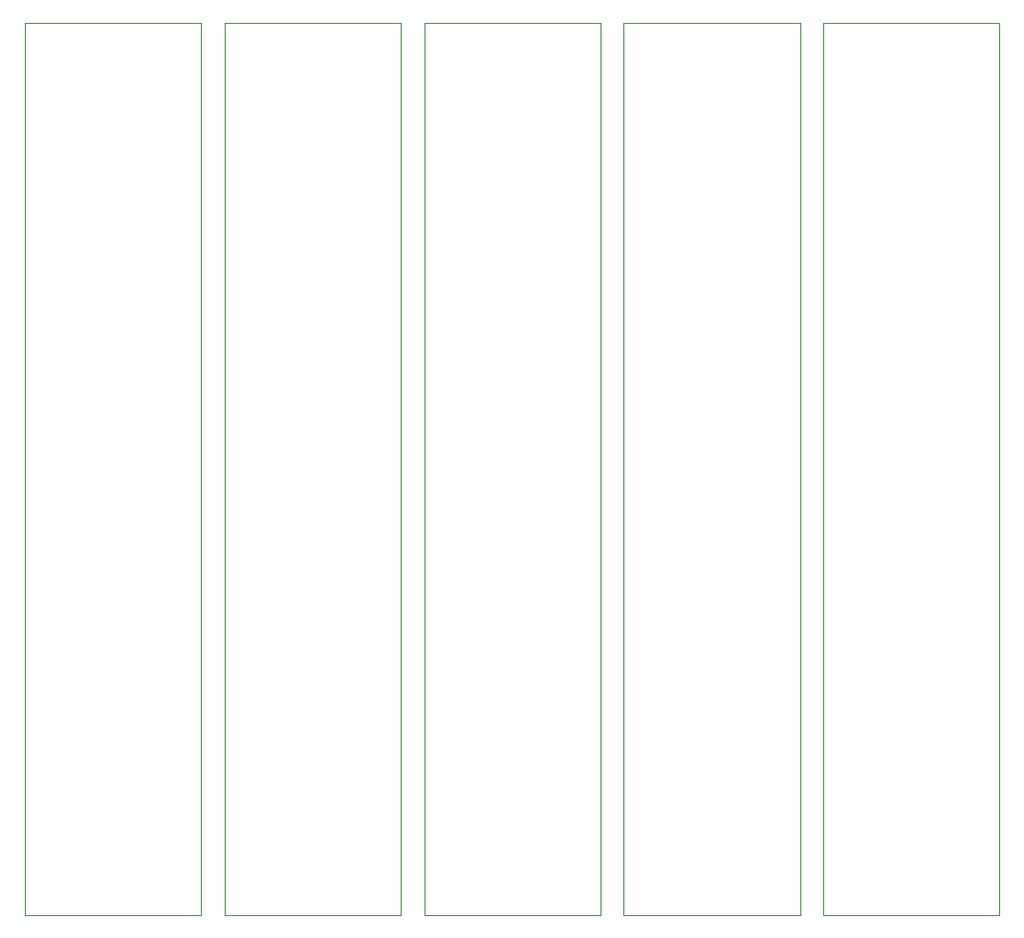
<source format=gm1>
%MOIN*%
%OFA0B0*%
%FSLAX46Y46*%
%IPPOS*%
%LPD*%
%ADD10C,0.0039370078740157488*%
%ADD21C,0.0039370078740157488*%
%ADD22C,0.0039370078740157488*%
%ADD23C,0.0039370078740157488*%
%ADD24C,0.0039370078740157488*%
G01*
D10*
X0000000000Y0002992125D02*
X0000590551Y0002992125D01*
X0000590551Y0000000000D01*
X0000000000Y0000000000D01*
X0000000000Y0002992125D01*
G04 next file*
G04 #@! TF.GenerationSoftware,KiCad,Pcbnew,7.0.2*
G04 #@! TF.CreationDate,2023-05-08T17:21:18+01:00*
G04 #@! TF.ProjectId,heron,6865726f-6e2e-46b6-9963-61645f706362,rev?*
G04 #@! TF.SameCoordinates,Original*
G04 #@! TF.FileFunction,Profile,NP*
G04 Gerber Fmt 4.6, Leading zero omitted, Abs format (unit mm)*
G04 Created by KiCad (PCBNEW 7.0.2) date 2023-05-08 17:21:18*
G01*
G04 APERTURE LIST*
G04 #@! TA.AperFunction,Profile*
G04 #@! TD*
G04 APERTURE END LIST*
D21*
X0000669291Y0002992125D02*
X0001259842Y0002992125D01*
X0001259842Y0000000000D01*
X0000669291Y0000000000D01*
X0000669291Y0002992125D01*
G04 next file*
G04 #@! TF.GenerationSoftware,KiCad,Pcbnew,7.0.2*
G04 #@! TF.CreationDate,2023-05-08T17:21:18+01:00*
G04 #@! TF.ProjectId,heron,6865726f-6e2e-46b6-9963-61645f706362,rev?*
G04 #@! TF.SameCoordinates,Original*
G04 #@! TF.FileFunction,Profile,NP*
G04 Gerber Fmt 4.6, Leading zero omitted, Abs format (unit mm)*
G04 Created by KiCad (PCBNEW 7.0.2) date 2023-05-08 17:21:18*
G01*
G04 APERTURE LIST*
G04 #@! TA.AperFunction,Profile*
G04 #@! TD*
G04 APERTURE END LIST*
D22*
X0001338582Y0002992125D02*
X0001929133Y0002992125D01*
X0001929133Y0000000000D01*
X0001338582Y0000000000D01*
X0001338582Y0002992125D01*
G04 next file*
G04 #@! TF.GenerationSoftware,KiCad,Pcbnew,7.0.2*
G04 #@! TF.CreationDate,2023-05-08T17:21:18+01:00*
G04 #@! TF.ProjectId,heron,6865726f-6e2e-46b6-9963-61645f706362,rev?*
G04 #@! TF.SameCoordinates,Original*
G04 #@! TF.FileFunction,Profile,NP*
G04 Gerber Fmt 4.6, Leading zero omitted, Abs format (unit mm)*
G04 Created by KiCad (PCBNEW 7.0.2) date 2023-05-08 17:21:18*
G01*
G04 APERTURE LIST*
G04 #@! TA.AperFunction,Profile*
G04 #@! TD*
G04 APERTURE END LIST*
D23*
X0002007874Y0002992125D02*
X0002598425Y0002992125D01*
X0002598425Y0000000000D01*
X0002007874Y0000000000D01*
X0002007874Y0002992125D01*
G04 next file*
G04 #@! TF.GenerationSoftware,KiCad,Pcbnew,7.0.2*
G04 #@! TF.CreationDate,2023-05-08T17:21:18+01:00*
G04 #@! TF.ProjectId,heron,6865726f-6e2e-46b6-9963-61645f706362,rev?*
G04 #@! TF.SameCoordinates,Original*
G04 #@! TF.FileFunction,Profile,NP*
G04 Gerber Fmt 4.6, Leading zero omitted, Abs format (unit mm)*
G04 Created by KiCad (PCBNEW 7.0.2) date 2023-05-08 17:21:18*
G01*
G04 APERTURE LIST*
G04 #@! TA.AperFunction,Profile*
G04 #@! TD*
G04 APERTURE END LIST*
D24*
X0002677165Y0002992125D02*
X0003267716Y0002992125D01*
X0003267716Y0000000000D01*
X0002677165Y0000000000D01*
X0002677165Y0002992125D01*
M02*
</source>
